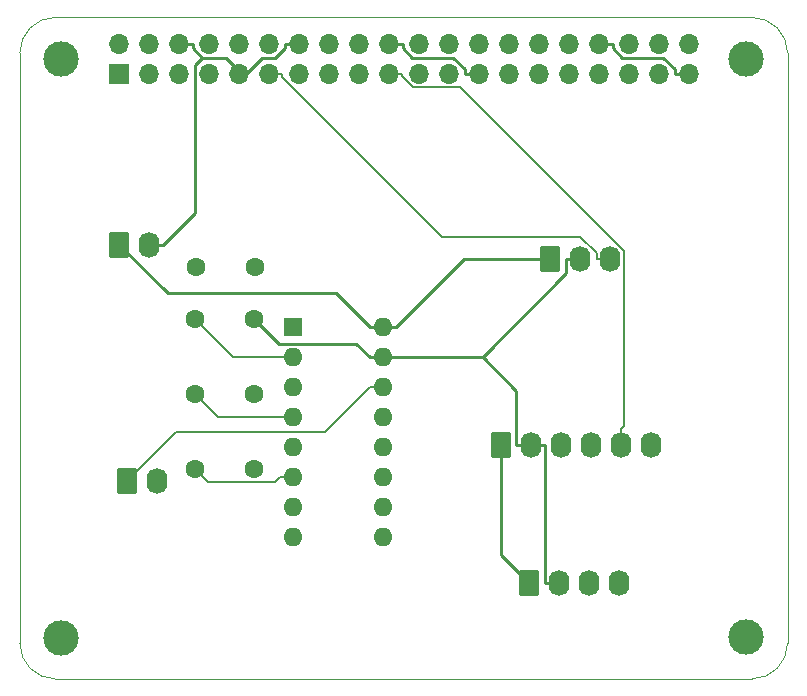
<source format=gbr>
G04 #@! TF.GenerationSoftware,KiCad,Pcbnew,(6.0.7-1)-1*
G04 #@! TF.CreationDate,2023-05-21T11:11:00+10:00*
G04 #@! TF.ProjectId,Pi GPS Serial,50692047-5053-4205-9365-7269616c2e6b,rev?*
G04 #@! TF.SameCoordinates,Original*
G04 #@! TF.FileFunction,Copper,L1,Top*
G04 #@! TF.FilePolarity,Positive*
%FSLAX46Y46*%
G04 Gerber Fmt 4.6, Leading zero omitted, Abs format (unit mm)*
G04 Created by KiCad (PCBNEW (6.0.7-1)-1) date 2023-05-21 11:11:00*
%MOMM*%
%LPD*%
G01*
G04 APERTURE LIST*
G04 Aperture macros list*
%AMRoundRect*
0 Rectangle with rounded corners*
0 $1 Rounding radius*
0 $2 $3 $4 $5 $6 $7 $8 $9 X,Y pos of 4 corners*
0 Add a 4 corners polygon primitive as box body*
4,1,4,$2,$3,$4,$5,$6,$7,$8,$9,$2,$3,0*
0 Add four circle primitives for the rounded corners*
1,1,$1+$1,$2,$3*
1,1,$1+$1,$4,$5*
1,1,$1+$1,$6,$7*
1,1,$1+$1,$8,$9*
0 Add four rect primitives between the rounded corners*
20,1,$1+$1,$2,$3,$4,$5,0*
20,1,$1+$1,$4,$5,$6,$7,0*
20,1,$1+$1,$6,$7,$8,$9,0*
20,1,$1+$1,$8,$9,$2,$3,0*%
G04 Aperture macros list end*
G04 #@! TA.AperFunction,Profile*
%ADD10C,0.100000*%
G04 #@! TD*
G04 #@! TA.AperFunction,WasherPad*
%ADD11C,3.000000*%
G04 #@! TD*
G04 #@! TA.AperFunction,ComponentPad*
%ADD12C,1.600000*%
G04 #@! TD*
G04 #@! TA.AperFunction,ComponentPad*
%ADD13R,1.600000X1.600000*%
G04 #@! TD*
G04 #@! TA.AperFunction,ComponentPad*
%ADD14O,1.600000X1.600000*%
G04 #@! TD*
G04 #@! TA.AperFunction,ComponentPad*
%ADD15RoundRect,0.250000X-0.620000X-0.850000X0.620000X-0.850000X0.620000X0.850000X-0.620000X0.850000X0*%
G04 #@! TD*
G04 #@! TA.AperFunction,ComponentPad*
%ADD16O,1.740000X2.200000*%
G04 #@! TD*
G04 #@! TA.AperFunction,ComponentPad*
%ADD17RoundRect,0.250000X-0.620000X-0.845000X0.620000X-0.845000X0.620000X0.845000X-0.620000X0.845000X0*%
G04 #@! TD*
G04 #@! TA.AperFunction,ComponentPad*
%ADD18O,1.740000X2.190000*%
G04 #@! TD*
G04 #@! TA.AperFunction,ComponentPad*
%ADD19R,1.700000X1.700000*%
G04 #@! TD*
G04 #@! TA.AperFunction,ComponentPad*
%ADD20O,1.700000X1.700000*%
G04 #@! TD*
G04 #@! TA.AperFunction,Conductor*
%ADD21C,0.250000*%
G04 #@! TD*
G04 #@! TA.AperFunction,Conductor*
%ADD22C,0.150000*%
G04 #@! TD*
G04 APERTURE END LIST*
D10*
X140546356Y-116817556D02*
G75*
G03*
X143546351Y-113822847I44J2999956D01*
G01*
X78546389Y-113817611D02*
G75*
G03*
X81546356Y-116817611I3000011J11D01*
G01*
X143546351Y-113822847D02*
X143546356Y-63817611D01*
X81546356Y-116817611D02*
X140546356Y-116817611D01*
X78546356Y-63817611D02*
X78546356Y-113817611D01*
X140546356Y-60817611D02*
X81546356Y-60817611D01*
X143546389Y-63817611D02*
G75*
G03*
X140546356Y-60817611I-2999989J11D01*
G01*
X81546356Y-60817556D02*
G75*
G03*
X78546356Y-63817611I44J-3000044D01*
G01*
D11*
X82040000Y-64310000D03*
X140040000Y-64330000D03*
X82040000Y-113320000D03*
X140030000Y-113310000D03*
D12*
X93472000Y-81915000D03*
X98472000Y-81915000D03*
D13*
X101671000Y-87014800D03*
D14*
X101671000Y-89554800D03*
X101671000Y-92094800D03*
X101671000Y-94634800D03*
X101671000Y-97174800D03*
X101671000Y-99714800D03*
X101671000Y-102254800D03*
X101671000Y-104794800D03*
X109291000Y-104794800D03*
X109291000Y-102254800D03*
X109291000Y-99714800D03*
X109291000Y-97174800D03*
X109291000Y-94634800D03*
X109291000Y-92094800D03*
X109291000Y-89554800D03*
X109291000Y-87014800D03*
D15*
X87579200Y-100076000D03*
D16*
X90119200Y-100076000D03*
D15*
X86969600Y-80060800D03*
D16*
X89509600Y-80060800D03*
D12*
X93370400Y-92710000D03*
X98370400Y-92710000D03*
D17*
X121666000Y-108732000D03*
D18*
X124206000Y-108732000D03*
X126746000Y-108732000D03*
X129286000Y-108732000D03*
D17*
X123444000Y-81300000D03*
D18*
X125984000Y-81300000D03*
X128524000Y-81300000D03*
D12*
X93385000Y-86360000D03*
X98385000Y-86360000D03*
X93385000Y-99060000D03*
X98385000Y-99060000D03*
D17*
X119253000Y-97048000D03*
D18*
X121793000Y-97048000D03*
X124333000Y-97048000D03*
X126873000Y-97048000D03*
X129413000Y-97048000D03*
X131953000Y-97048000D03*
D19*
X86920000Y-65590000D03*
D20*
X86920000Y-63050000D03*
X89460000Y-65590000D03*
X89460000Y-63050000D03*
X92000000Y-65590000D03*
X92000000Y-63050000D03*
X94540000Y-65590000D03*
X94540000Y-63050000D03*
X97080000Y-65590000D03*
X97080000Y-63050000D03*
X99620000Y-65590000D03*
X99620000Y-63050000D03*
X102160000Y-65590000D03*
X102160000Y-63050000D03*
X104700000Y-65590000D03*
X104700000Y-63050000D03*
X107240000Y-65590000D03*
X107240000Y-63050000D03*
X109780000Y-65590000D03*
X109780000Y-63050000D03*
X112320000Y-65590000D03*
X112320000Y-63050000D03*
X114860000Y-65590000D03*
X114860000Y-63050000D03*
X117400000Y-65590000D03*
X117400000Y-63050000D03*
X119940000Y-65590000D03*
X119940000Y-63050000D03*
X122480000Y-65590000D03*
X122480000Y-63050000D03*
X125020000Y-65590000D03*
X125020000Y-63050000D03*
X127560000Y-65590000D03*
X127560000Y-63050000D03*
X130100000Y-65590000D03*
X130100000Y-63050000D03*
X132640000Y-65590000D03*
X132640000Y-63050000D03*
X135180000Y-65590000D03*
X135180000Y-63050000D03*
D21*
X120597700Y-97048000D02*
X120597700Y-92423300D01*
X111763200Y-64225300D02*
X110955300Y-63417400D01*
X100984700Y-63417400D02*
X100176800Y-64225300D01*
X134004700Y-65222600D02*
X133007400Y-64225300D01*
X129543200Y-64225300D02*
X128735300Y-63417400D01*
X110955300Y-63417400D02*
X110955300Y-63050000D01*
X134004700Y-65590000D02*
X134004700Y-65222600D01*
X116224700Y-65590000D02*
X116224700Y-65222600D01*
X93983200Y-64225300D02*
X93175300Y-63417400D01*
X97080000Y-65590000D02*
X97373900Y-65590000D01*
X89509600Y-80060800D02*
X90704900Y-80060800D01*
X125984000Y-81300000D02*
X124788700Y-81300000D01*
X115227400Y-64225300D02*
X111763200Y-64225300D01*
X93364600Y-64843900D02*
X93364600Y-77401100D01*
X117729200Y-89554800D02*
X109291000Y-89554800D01*
X109780000Y-63050000D02*
X110955300Y-63050000D01*
X107040400Y-88429500D02*
X108165700Y-89554800D01*
X109291000Y-89554800D02*
X108165700Y-89554800D01*
X128735300Y-63417400D02*
X128735300Y-63050000D01*
X93175300Y-63417400D02*
X93175300Y-63050000D01*
X127560000Y-63050000D02*
X128735300Y-63050000D01*
X121793000Y-97048000D02*
X122988300Y-97048000D01*
X123010700Y-108732000D02*
X123010700Y-97070400D01*
X133007400Y-64225300D02*
X129543200Y-64225300D01*
X93983200Y-64225300D02*
X93364600Y-64843900D01*
X98385000Y-86360000D02*
X100454500Y-88429500D01*
X116224700Y-65222600D02*
X115227400Y-64225300D01*
X120597700Y-92423300D02*
X117729200Y-89554800D01*
X124788700Y-81300000D02*
X124788700Y-82495300D01*
X97373900Y-65590000D02*
X97667700Y-65590000D01*
X96009200Y-64225300D02*
X93983200Y-64225300D01*
X99032400Y-64225300D02*
X97667700Y-65590000D01*
X124206000Y-108732000D02*
X123010700Y-108732000D01*
X121793000Y-97048000D02*
X120597700Y-97048000D01*
X97373900Y-65590000D02*
X96009200Y-64225300D01*
X100984700Y-63050000D02*
X100984700Y-63417400D01*
X102160000Y-63050000D02*
X100984700Y-63050000D01*
X100454500Y-88429500D02*
X107040400Y-88429500D01*
X135180000Y-65590000D02*
X134004700Y-65590000D01*
X123010700Y-97070400D02*
X122988300Y-97048000D01*
X117400000Y-65590000D02*
X116224700Y-65590000D01*
X92000000Y-63050000D02*
X93175300Y-63050000D01*
X100176800Y-64225300D02*
X99032400Y-64225300D01*
X93364600Y-77401100D02*
X90704900Y-80060800D01*
X124788700Y-82495300D02*
X117729200Y-89554800D01*
X119253000Y-97048000D02*
X119253000Y-106319000D01*
X91089800Y-84181000D02*
X105331900Y-84181000D01*
X123444000Y-81300000D02*
X116131100Y-81300000D01*
X105331900Y-84181000D02*
X108165700Y-87014800D01*
X116131100Y-81300000D02*
X110416300Y-87014800D01*
X119253000Y-106319000D02*
X121666000Y-108732000D01*
X86969600Y-80060800D02*
X91089800Y-84181000D01*
X109291000Y-87014800D02*
X110416300Y-87014800D01*
X109291000Y-87014800D02*
X108165700Y-87014800D01*
D22*
X95295200Y-94634800D02*
X101671000Y-94634800D01*
X93370400Y-92710000D02*
X95295200Y-94634800D01*
X125977200Y-79397400D02*
X127378700Y-80798900D01*
X100745300Y-65590000D02*
X100745300Y-65871300D01*
X127378700Y-80798900D02*
X127378700Y-81300000D01*
X128524000Y-81300000D02*
X127378700Y-81300000D01*
X114271400Y-79397400D02*
X125977200Y-79397400D01*
X99620000Y-65590000D02*
X100745300Y-65590000D01*
X100745300Y-65871300D02*
X114271400Y-79397400D01*
X111840200Y-66715300D02*
X115795200Y-66715300D01*
X110905300Y-65590000D02*
X110905300Y-65780400D01*
X129413000Y-97048000D02*
X129413000Y-95677700D01*
X109780000Y-65590000D02*
X110905300Y-65590000D01*
X115795200Y-66715300D02*
X129674500Y-80594600D01*
X110905300Y-65780400D02*
X111840200Y-66715300D01*
X129674500Y-95416200D02*
X129413000Y-95677700D01*
X129674500Y-80594600D02*
X129674500Y-95416200D01*
X100154300Y-100156200D02*
X94481200Y-100156200D01*
X101671000Y-99714800D02*
X100595700Y-99714800D01*
X100595700Y-99714800D02*
X100154300Y-100156200D01*
X94481200Y-100156200D02*
X93385000Y-99060000D01*
X96579800Y-89554800D02*
X93385000Y-86360000D01*
X101671000Y-89554800D02*
X96579800Y-89554800D01*
X87579200Y-100076000D02*
X91750400Y-95904800D01*
X104405700Y-95904800D02*
X108215700Y-92094800D01*
X109291000Y-92094800D02*
X108215700Y-92094800D01*
X91750400Y-95904800D02*
X104405700Y-95904800D01*
M02*

</source>
